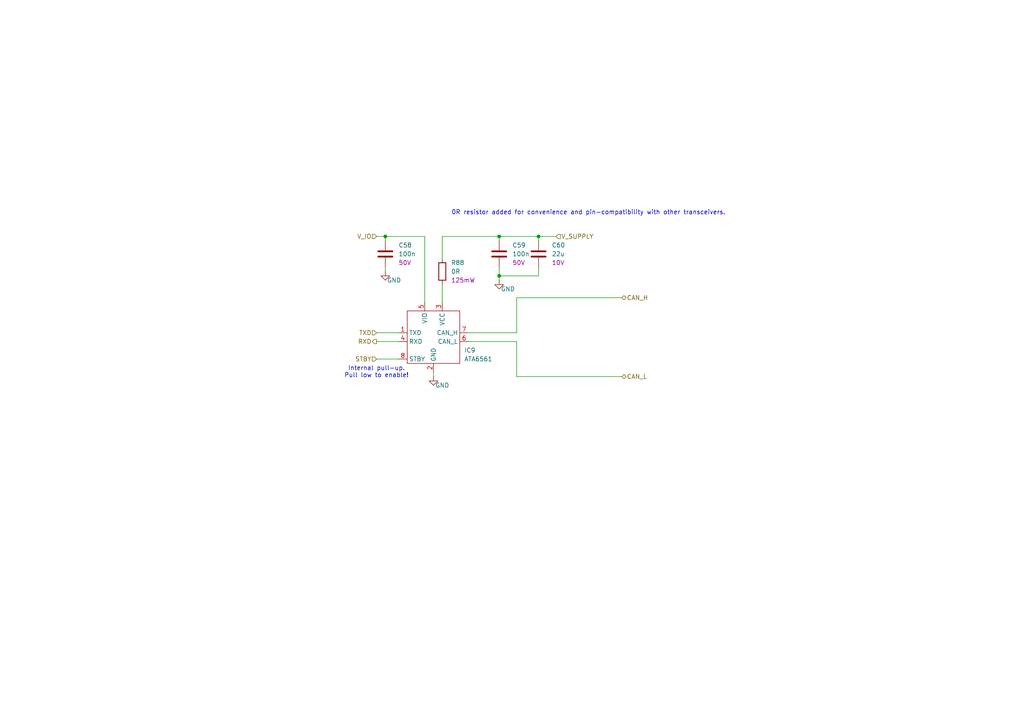
<source format=kicad_sch>
(kicad_sch (version 20250114) (generator "eeschema") (generator_version "9.0")
  (paper "A4")
  (title_block (title "Main architecture") (date "2025-08-10") (rev "1.4") (company "Alex Miller & Martin Roger") (comment 1 "https://github.com/martinroger/VXDash") (comment 2 "https://cadlab.io/projects/vxdash"))
  (lib_symbols
    (symbol "VXDash_ICs:ATA6561"
      (property "Reference" "IC" (at -8.89 3.81 0))
      (property "Value" "ATA6561" (at -8.89 1.27 0))
      (symbol "ATA6561_0_0"
        (pin input line (at -10.16 -6.35 0) (length 2.54) (name "TXD") (number "1"))
        (pin output line (at -10.16 -8.89 0) (length 2.54) (name "RXD") (number "4"))
        (pin input line (at -10.16 -13.97 0) (length 2.54) (name "STBY") (number "8"))
        (pin power_in line (at -2.54 2.54 270) (length 2.54) (name "VIO") (number "5"))
        (pin power_in line (at 0 -17.78 90) (length 2.54) (name "GND") (number "2"))
        (pin power_in line (at 2.54 2.54 270) (length 2.54) (name "VCC") (number "3"))
        (pin output line (at 10.16 -6.35 180) (length 2.54) (name "CAN_H") (number "7"))
        (pin output line (at 10.16 -8.89 180) (length 2.54) (name "CAN_L") (number "6"))
      )
      (symbol "ATA6561_0_1"
        (rectangle (start -7.62 0) (end 7.62 -15.24))
      )
    )
    (symbol "VXDash_passives:Cap_MLCC" (pin_numbers (hide yes)) (pin_names (offset 0.254))
      (property "Reference" "C" (at 2.54 2.54 0))
      (property "Value" "Cap_MLCC" (at 2.54 0 0))
      (property "Voltage" "50V" (at 2.54 -2.54 0))
      (symbol "Cap_MLCC_0_1"
        (polyline (pts (xy -2.032 0.762) (xy 2.032 0.762)) (stroke (width 0.508)))
        (polyline (pts (xy -2.032 -0.762) (xy 2.032 -0.762)) (stroke (width 0.508)))
      )
      (symbol "Cap_MLCC_1_1"
        (pin passive line (at 0 3.81 270) (length 2.794) (name "~") (number "1"))
        (pin passive line (at 0 -3.81 90) (length 2.794) (name "~") (number "2"))
      )
    )
    (symbol "VXDash_passives:Res" (pin_numbers (hide yes)) (pin_names (offset 0))
      (property "Reference" "R" (at 1.27 1.27 0))
      (property "Value" "Res" (at 1.27 -1.27 0))
      (symbol "Res_0_1"
        (rectangle (start -1.016 -2.54) (end 1.016 2.54) (stroke (width 0.254)))
      )
      (symbol "Res_1_1"
        (pin passive line (at 0 3.81 270) (length 1.27) (name "~") (number "1"))
        (pin passive line (at 0 -3.81 90) (length 1.27) (name "~") (number "2"))
      )
    )
    (symbol "power:GND" (power) (pin_numbers (hide yes)) (pin_names (offset 0) (hide yes))
      (property "Value" "GND" (at 0 -3.81 0))
      (symbol "GND_0_1"
        (polyline (pts (xy 0 0) (xy 0 -1.27) (xy 1.27 -1.27) (xy 0 -2.54) (xy -1.27 -1.27) (xy 0 -1.27)))
      )
      (symbol "GND_1_1"
        (pin power_in line (at 0 0 270) (length 0) (name "~") (number "1"))
      )
    )
  )
  (text "Internal pull-up.\nPull low to enable!" (at 109.22 107.95 0) (effects (font (size 1.27 1.27))))
  (text "0R resistor added for convenience and pin-compatibility with other transceivers." (at 170.688 61.722 0) (effects (font (size 1.27 1.27))))
  (junction (at 156.21 68.58))
  (junction (at 144.78 80.01))
  (junction (at 111.76 68.58))
  (junction (at 144.78 68.58))
  (wire (pts (xy 128.27 82.55) (xy 128.27 87.63)))
  (wire (pts (xy 109.22 96.52) (xy 115.57 96.52)))
  (wire (pts (xy 111.76 78.74) (xy 111.76 77.47)))
  (wire (pts (xy 144.78 80.01) (xy 156.21 80.01)))
  (wire (pts (xy 109.22 68.58) (xy 111.76 68.58)))
  (wire (pts (xy 123.19 68.58) (xy 123.19 87.63)))
  (wire (pts (xy 144.78 68.58) (xy 144.78 69.85)))
  (wire (pts (xy 144.78 68.58) (xy 156.21 68.58)))
  (wire (pts (xy 109.22 104.14) (xy 115.57 104.14)))
  (wire (pts (xy 109.22 99.06) (xy 115.57 99.06)))
  (wire (pts (xy 123.19 68.58) (xy 111.76 68.58)))
  (wire (pts (xy 144.78 81.28) (xy 144.78 80.01)))
  (wire (pts (xy 149.86 99.06) (xy 149.86 109.22)))
  (wire (pts (xy 149.86 96.52) (xy 149.86 86.36)))
  (wire (pts (xy 149.86 86.36) (xy 180.34 86.36)))
  (wire (pts (xy 135.89 99.06) (xy 149.86 99.06)))
  (wire (pts (xy 149.86 109.22) (xy 180.34 109.22)))
  (wire (pts (xy 128.27 68.58) (xy 128.27 74.93)))
  (wire (pts (xy 128.27 68.58) (xy 144.78 68.58)))
  (wire (pts (xy 135.89 96.52) (xy 149.86 96.52)))
  (wire (pts (xy 111.76 68.58) (xy 111.76 69.85)))
  (wire (pts (xy 125.73 107.95) (xy 125.73 109.22)))
  (wire (pts (xy 156.21 68.58) (xy 161.29 68.58)))
  (wire (pts (xy 144.78 80.01) (xy 144.78 77.47)))
  (wire (pts (xy 156.21 68.58) (xy 156.21 69.85)))
  (wire (pts (xy 156.21 77.47) (xy 156.21 80.01)))
  (hierarchical_label "CAN_H" (shape bidirectional) (at 180.34 86.36 0))
  (hierarchical_label "V_IO" (shape input) (at 109.22 68.58 180))
  (hierarchical_label "V_SUPPLY" (shape input) (at 161.29 68.58 0))
  (hierarchical_label "TXD" (shape input) (at 109.22 96.52 180))
  (hierarchical_label "CAN_L" (shape bidirectional) (at 180.34 109.22 0))
  (hierarchical_label "RXD" (shape output) (at 109.22 99.06 180))
  (hierarchical_label "STBY" (shape input) (at 109.22 104.14 180))
  (symbol (lib_id "VXDash_passives:Cap_MLCC") (at 111.76 73.66 0) (mirror y) (unit 1)
    (property "Reference" "C30" (at 115.57 71.1199 0) (effects (justify right)))
    (property "Value" "100n" (at 115.57 73.6599 0) (effects (justify right)))
    (property "Footprint" "Capacitor_SMD:C_0603_1608Metric_Pad1.08x0.95mm_HandSolder" (effects (hide yes)))
    (property "Datasheet" "http://datasheet.octopart.com/CL10B104KB8NNWC-Samsung-datasheet-8326407.pdf" (effects (hide yes)))
    (property "MFT" "Samsung Electro-Mechanics" (effects (hide yes)))
    (property "MFT_PN" "CL10B104KB8NNWC" (effects (hide yes)))
    (property "Dielectric" "X7R" (effects (hide yes)))
    (property "Tol" "10%" (effects (hide yes)))
    (property "Voltage" "50V" (at 115.57 76.1999 0) (effects (justify right)))
    (property "LCSC" "C16194176" (effects (hide yes)))
    (instances (project "VXDash" (path "" (reference "C58") (unit 1)) (path "" (reference "C30") (unit 1)) (path "" (reference "C41") (unit 1))))
  )
  (symbol (lib_id "VXDash_passives:Res") (at 128.27 78.74 180) (unit 1)
    (property "Reference" "R61" (at 130.81 76.1999 0) (effects (justify right)))
    (property "Value" "0R" (at 130.81 78.7399 0) (effects (justify right)))
    (property "Footprint" "Resistor_SMD:R_0805_2012Metric_Pad1.20x1.40mm_HandSolder" (effects (hide yes)))
    (property "Datasheet" "http://datasheet.octopart.com/0805W8F0000T5E-Royal-Ohm-datasheet-165785611.pdf" (effects (hide yes)))
    (property "Tol" "1%" (effects (hide yes)))
    (property "Power" "125mW" (at 130.81 81.2799 0) (effects (justify right)))
    (property "MFT" "Royal Ohm" (effects (hide yes)))
    (property "MFT_PN" "0805W8F0000T5E" (effects (hide yes)))
    (property "LCSC" "C17477" (effects (hide yes)))
    (instances (project "VXDash" (path "" (reference "R88") (unit 1)) (path "" (reference "R61") (unit 1)) (path "" (reference "R76") (unit 1))))
  )
  (symbol (lib_id "VXDash_passives:Cap_MLCC") (at 144.78 73.66 0) (mirror y) (unit 1)
    (property "Reference" "C31" (at 148.59 71.1199 0) (effects (justify right)))
    (property "Value" "100n" (at 148.59 73.6599 0) (effects (justify right)))
    (property "Footprint" "Capacitor_SMD:C_0603_1608Metric_Pad1.08x0.95mm_HandSolder" (effects (hide yes)))
    (property "Datasheet" "http://datasheet.octopart.com/CL10B104KB8NNWC-Samsung-datasheet-8326407.pdf" (effects (hide yes)))
    (property "MFT" "Samsung Electro-Mechanics" (effects (hide yes)))
    (property "MFT_PN" "CL10B104KB8NNWC" (effects (hide yes)))
    (property "Dielectric" "X7R" (effects (hide yes)))
    (property "Tol" "10%" (effects (hide yes)))
    (property "Voltage" "50V" (at 148.59 76.1999 0) (effects (justify right)))
    (property "LCSC" "C16194176" (effects (hide yes)))
    (instances (project "VXDash" (path "" (reference "C59") (unit 1)) (path "" (reference "C31") (unit 1)) (path "" (reference "C42") (unit 1))))
  )
  (symbol (lib_id "VXDash_passives:Cap_MLCC") (at 156.21 73.66 0) (unit 1)
    (property "Reference" "C32" (at 160.02 71.1199 0) (effects (justify left)))
    (property "Value" "22u" (at 160.02 73.6599 0) (effects (justify left)))
    (property "Footprint" "Capacitor_SMD:C_1206_3216Metric_Pad1.33x1.80mm_HandSolder" (effects (hide yes)))
    (property "Datasheet" "http://datasheet.octopart.com/CL31B226KPHNNNE-Samsung-Electro-Mechanics-datasheet-137700097.pdf" (effects (hide yes)))
    (property "Voltage" "10V" (at 160.02 76.1999 0) (effects (justify left)))
    (property "Tol" "20%" (effects (hide yes)))
    (property "Dielectric" "X7R" (effects (hide yes)))
    (property "MFT" "Samsung Electro-Mechanics" (effects (hide yes)))
    (property "MFT_PN" "CL31B226KPHNNNE" (effects (hide yes)))
    (property "LCSC" "C87996" (effects (hide yes)))
    (instances (project "VXDash" (path "" (reference "C60") (unit 1)) (path "" (reference "C32") (unit 1)) (path "" (reference "C43") (unit 1))))
  )
  (symbol (lib_id "VXDash_ICs:ATA6561") (at 125.73 90.17 0) (unit 1)
    (property "Reference" "IC6" (at 134.62 101.6 0) (effects (justify left)))
    (property "Value" "ATA6561" (at 134.62 104.14 0) (effects (justify left)))
    (property "Footprint" "Package_SO:SOIC-8_3.9x4.9mm_P1.27mm" (effects (hide yes)))
    (property "Datasheet" "https://ww1.microchip.com/downloads/en/DeviceDoc/20005991B.pdf" (effects (hide yes)))
    (property "Description" "High-Speed CAN Transceiver with standy-by and VIO pin for compatibility with 3.3V and 5V microcontroller" (effects (hide yes)))
    (property "MFT" "Microchip" (effects (hide yes)))
    (property "MFT_PN" "ATA6561-GAQW" (effects (hide yes)))
    (property "ALT_MFT_PN_1" "ATA6561-GAQW-N" (effects (hide yes)))
    (property "LCSC" "C2929602" (effects (hide yes)))
    (property "LCSC alt" "C616016" (effects (hide yes)))
    (instances (project "VXDash" (path "" (reference "IC9") (unit 1)) (path "" (reference "IC6") (unit 1)) (path "" (reference "IC7") (unit 1))))
  )
  (symbol (lib_id "power:GND") (at 144.78 81.28 0) (unit 1)
    (property "Reference" "#PWR052" (effects (hide yes)))
    (property "Value" "GND" (at 147.32 83.82 0))
    (property "Description" "Power symbol creates a global label with name \"GND\" , ground" (effects (hide yes)))
    (instances (project "VXDash" (path "" (reference "#PWR070") (unit 1)) (path "" (reference "#PWR052") (unit 1)) (path "" (reference "#PWR063") (unit 1))))
  )
  (symbol (lib_id "power:GND") (at 111.76 78.74 0) (unit 1)
    (property "Reference" "#PWR050" (effects (hide yes)))
    (property "Value" "GND" (at 114.3 81.28 0))
    (property "Description" "Power symbol creates a global label with name \"GND\" , ground" (effects (hide yes)))
    (instances (project "VXDash" (path "" (reference "#PWR068") (unit 1)) (path "" (reference "#PWR050") (unit 1)) (path "" (reference "#PWR061") (unit 1))))
  )
  (symbol (lib_id "power:GND") (at 125.73 109.22 0) (unit 1)
    (property "Reference" "#PWR051" (effects (hide yes)))
    (property "Value" "GND" (at 128.27 111.76 0))
    (property "Description" "Power symbol creates a global label with name \"GND\" , ground" (effects (hide yes)))
    (instances (project "VXDash" (path "" (reference "#PWR069") (unit 1)) (path "" (reference "#PWR051") (unit 1)) (path "" (reference "#PWR062") (unit 1))))
  )
)
</source>
